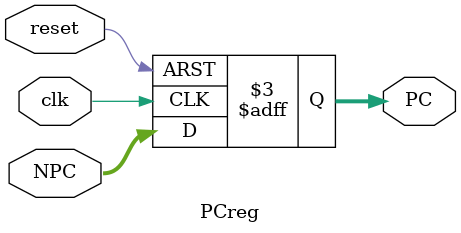
<source format=v>
`timescale 1ns / 1ps
module PCreg(
	input clk,
	input reset,
    input [31:0] NPC,
    output reg [31:0] PC
    );

	initial
	begin
		PC<=32'h00003000;
	end
	
	always @(posedge clk, posedge reset)
	begin
		if(reset)
			PC<=32'h00003000;
		else
			PC<=NPC;
	end
	
endmodule

</source>
